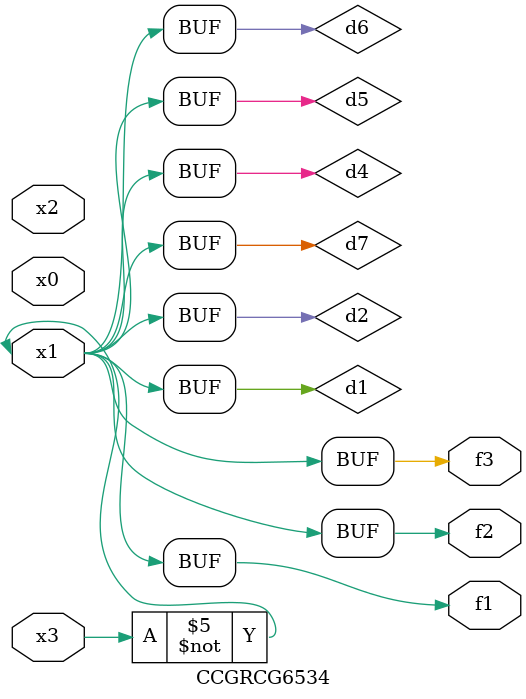
<source format=v>
module CCGRCG6534(
	input x0, x1, x2, x3,
	output f1, f2, f3
);

	wire d1, d2, d3, d4, d5, d6, d7;

	not (d1, x3);
	buf (d2, x1);
	xnor (d3, d1, d2);
	nor (d4, d1);
	buf (d5, d1, d2);
	buf (d6, d4, d5);
	nand (d7, d4);
	assign f1 = d6;
	assign f2 = d7;
	assign f3 = d6;
endmodule

</source>
